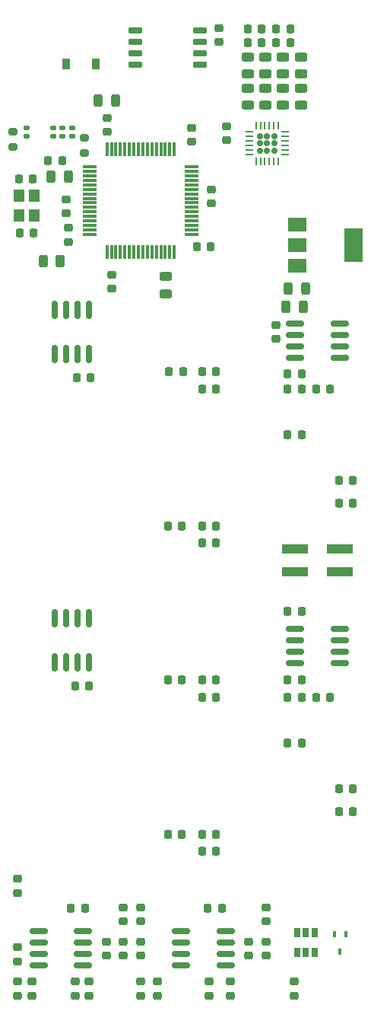
<source format=gbr>
G04 #@! TF.GenerationSoftware,KiCad,Pcbnew,6.0.5+dfsg-1*
G04 #@! TF.CreationDate,2022-06-05T16:54:12+02:00*
G04 #@! TF.ProjectId,demiurge,64656d69-7572-4676-952e-6b696361645f,E*
G04 #@! TF.SameCoordinates,Original*
G04 #@! TF.FileFunction,Paste,Top*
G04 #@! TF.FilePolarity,Positive*
%FSLAX46Y46*%
G04 Gerber Fmt 4.6, Leading zero omitted, Abs format (unit mm)*
G04 Created by KiCad (PCBNEW 6.0.5+dfsg-1) date 2022-06-05 16:54:12*
%MOMM*%
%LPD*%
G01*
G04 APERTURE LIST*
G04 Aperture macros list*
%AMRoundRect*
0 Rectangle with rounded corners*
0 $1 Rounding radius*
0 $2 $3 $4 $5 $6 $7 $8 $9 X,Y pos of 4 corners*
0 Add a 4 corners polygon primitive as box body*
4,1,4,$2,$3,$4,$5,$6,$7,$8,$9,$2,$3,0*
0 Add four circle primitives for the rounded corners*
1,1,$1+$1,$2,$3*
1,1,$1+$1,$4,$5*
1,1,$1+$1,$6,$7*
1,1,$1+$1,$8,$9*
0 Add four rect primitives between the rounded corners*
20,1,$1+$1,$2,$3,$4,$5,0*
20,1,$1+$1,$4,$5,$6,$7,0*
20,1,$1+$1,$6,$7,$8,$9,0*
20,1,$1+$1,$8,$9,$2,$3,0*%
G04 Aperture macros list end*
%ADD10RoundRect,0.218750X-0.256250X0.218750X-0.256250X-0.218750X0.256250X-0.218750X0.256250X0.218750X0*%
%ADD11RoundRect,0.218750X0.218750X0.256250X-0.218750X0.256250X-0.218750X-0.256250X0.218750X-0.256250X0*%
%ADD12RoundRect,0.218750X0.256250X-0.218750X0.256250X0.218750X-0.256250X0.218750X-0.256250X-0.218750X0*%
%ADD13R,2.000000X1.500000*%
%ADD14R,2.000000X3.800000*%
%ADD15RoundRect,0.218750X-0.218750X-0.256250X0.218750X-0.256250X0.218750X0.256250X-0.218750X0.256250X0*%
%ADD16RoundRect,0.150000X-0.825000X-0.150000X0.825000X-0.150000X0.825000X0.150000X-0.825000X0.150000X0*%
%ADD17RoundRect,0.243750X-0.456250X0.243750X-0.456250X-0.243750X0.456250X-0.243750X0.456250X0.243750X0*%
%ADD18RoundRect,0.243750X-0.243750X-0.456250X0.243750X-0.456250X0.243750X0.456250X-0.243750X0.456250X0*%
%ADD19RoundRect,0.243750X0.243750X0.456250X-0.243750X0.456250X-0.243750X-0.456250X0.243750X-0.456250X0*%
%ADD20R,0.650000X1.060000*%
%ADD21RoundRect,0.150000X-0.150000X0.825000X-0.150000X-0.825000X0.150000X-0.825000X0.150000X0.825000X0*%
%ADD22R,0.450000X0.700000*%
%ADD23R,3.000000X1.000000*%
%ADD24RoundRect,0.075000X-0.700000X-0.075000X0.700000X-0.075000X0.700000X0.075000X-0.700000X0.075000X0*%
%ADD25RoundRect,0.075000X-0.075000X-0.700000X0.075000X-0.700000X0.075000X0.700000X-0.075000X0.700000X0*%
%ADD26RoundRect,0.165000X-0.165000X-0.165000X0.165000X-0.165000X0.165000X0.165000X-0.165000X0.165000X0*%
%ADD27RoundRect,0.062500X-0.325000X-0.062500X0.325000X-0.062500X0.325000X0.062500X-0.325000X0.062500X0*%
%ADD28RoundRect,0.062500X-0.062500X-0.325000X0.062500X-0.325000X0.062500X0.325000X-0.062500X0.325000X0*%
%ADD29R,0.900000X1.200000*%
%ADD30RoundRect,0.147500X-0.172500X0.147500X-0.172500X-0.147500X0.172500X-0.147500X0.172500X0.147500X0*%
%ADD31R,1.200000X1.400000*%
%ADD32RoundRect,0.150000X-0.650000X-0.150000X0.650000X-0.150000X0.650000X0.150000X-0.650000X0.150000X0*%
%ADD33RoundRect,0.200000X-0.275000X0.200000X-0.275000X-0.200000X0.275000X-0.200000X0.275000X0.200000X0*%
%ADD34RoundRect,0.225000X-0.250000X0.225000X-0.250000X-0.225000X0.250000X-0.225000X0.250000X0.225000X0*%
%ADD35RoundRect,0.225000X0.250000X-0.225000X0.250000X0.225000X-0.250000X0.225000X-0.250000X-0.225000X0*%
%ADD36RoundRect,0.200000X0.275000X-0.200000X0.275000X0.200000X-0.275000X0.200000X-0.275000X-0.200000X0*%
G04 APERTURE END LIST*
D10*
X83439000Y-75717500D03*
X83439000Y-74142500D03*
D11*
X96190000Y-90170000D03*
X94615000Y-90170000D03*
X96037500Y-107315000D03*
X94462500Y-107315000D03*
X96037500Y-141605000D03*
X94462500Y-141605000D03*
X99847500Y-107315000D03*
X98272500Y-107315000D03*
X99847500Y-109220000D03*
X98272500Y-109220000D03*
X99847500Y-124460000D03*
X98272500Y-124460000D03*
X99847500Y-126365000D03*
X98272500Y-126365000D03*
X109372500Y-97155000D03*
X107797500Y-97155000D03*
X99847500Y-141605000D03*
X98272500Y-141605000D03*
X99847500Y-143510000D03*
X98272500Y-143510000D03*
D10*
X106553000Y-86512500D03*
X106553000Y-84937500D03*
D12*
X91440000Y-151282500D03*
X91440000Y-149707500D03*
X91440000Y-159537500D03*
X91440000Y-157962500D03*
D10*
X93345000Y-157962500D03*
X93345000Y-159537500D03*
X91440000Y-153517500D03*
X91440000Y-155092500D03*
D13*
X108864000Y-73773000D03*
D14*
X115164000Y-76073000D03*
D13*
X108864000Y-76073000D03*
X108864000Y-78373000D03*
D11*
X108102500Y-52070000D03*
X106527500Y-52070000D03*
D15*
X103352500Y-52070000D03*
X104927500Y-52070000D03*
X103352500Y-53594000D03*
X104927500Y-53594000D03*
X106527500Y-53594000D03*
X108102500Y-53594000D03*
D16*
X108650000Y-118745000D03*
X108650000Y-120015000D03*
X108650000Y-121285000D03*
X108650000Y-122555000D03*
X113600000Y-122555000D03*
X113600000Y-121285000D03*
X113600000Y-120015000D03*
X113600000Y-118745000D03*
D17*
X94234000Y-79580500D03*
X94234000Y-81455500D03*
D11*
X112547500Y-92075000D03*
X110972500Y-92075000D03*
D18*
X109776500Y-80899000D03*
X107901500Y-80899000D03*
D17*
X109290000Y-57017500D03*
X109290000Y-55142500D03*
X107315000Y-58600100D03*
X107315000Y-60475100D03*
X107310000Y-57017500D03*
X107310000Y-55142500D03*
X109296200Y-58600100D03*
X109296200Y-60475100D03*
X103352600Y-58600100D03*
X103352600Y-60475100D03*
D15*
X97688300Y-76225400D03*
X99263300Y-76225400D03*
D12*
X87630000Y-155092500D03*
X87630000Y-153517500D03*
X77724000Y-148107500D03*
X77724000Y-146532500D03*
D10*
X77724000Y-154152500D03*
X77724000Y-155727500D03*
D12*
X105410000Y-151282500D03*
X105410000Y-149707500D03*
X89535000Y-151282500D03*
X89535000Y-149707500D03*
D11*
X109372500Y-92075000D03*
X107797500Y-92075000D03*
D15*
X113512500Y-104775000D03*
X115087500Y-104775000D03*
D11*
X115087500Y-102235000D03*
X113512500Y-102235000D03*
X109372500Y-126365000D03*
X107797500Y-126365000D03*
D15*
X107797500Y-124460000D03*
X109372500Y-124460000D03*
X113512500Y-139065000D03*
X115087500Y-139065000D03*
D11*
X109372500Y-116840000D03*
X107797500Y-116840000D03*
X115087500Y-136525000D03*
X113512500Y-136525000D03*
X99847500Y-92075000D03*
X98272500Y-92075000D03*
X112547500Y-126365000D03*
X110972500Y-126365000D03*
X81127500Y-66675000D03*
X82702500Y-66675000D03*
X99847500Y-90170000D03*
X98272500Y-90170000D03*
D15*
X107797500Y-90424000D03*
X109372500Y-90424000D03*
D16*
X95950000Y-152400000D03*
X95950000Y-153670000D03*
X95950000Y-154940000D03*
X95950000Y-156210000D03*
X100900000Y-156210000D03*
X100900000Y-154940000D03*
X100900000Y-153670000D03*
X100900000Y-152400000D03*
D17*
X105333800Y-58600100D03*
X105333800Y-60475100D03*
X105340000Y-55142500D03*
X105340000Y-57017500D03*
D10*
X101473000Y-157962500D03*
X101473000Y-159537500D03*
X105410000Y-153517500D03*
X105410000Y-155092500D03*
X89535000Y-153517500D03*
X89535000Y-155092500D03*
D11*
X100482500Y-149860000D03*
X98907500Y-149860000D03*
D16*
X80075000Y-152400000D03*
X80075000Y-153670000D03*
X80075000Y-154940000D03*
X80075000Y-156210000D03*
X85025000Y-156210000D03*
X85025000Y-154940000D03*
X85025000Y-153670000D03*
X85025000Y-152400000D03*
D18*
X109522500Y-82931000D03*
X107647500Y-82931000D03*
X82471500Y-77825600D03*
X80596500Y-77825600D03*
D11*
X96037500Y-124460000D03*
X94462500Y-124460000D03*
D18*
X86743300Y-59969400D03*
X88618300Y-59969400D03*
D19*
X81485500Y-68453000D03*
X83360500Y-68453000D03*
D12*
X84150000Y-159537500D03*
X84150000Y-157962500D03*
X99060000Y-159537500D03*
X99060000Y-157962500D03*
X103505000Y-155092500D03*
X103505000Y-153517500D03*
D10*
X85725000Y-157962500D03*
X85725000Y-159537500D03*
D16*
X108650000Y-84836000D03*
X108650000Y-86106000D03*
X108650000Y-87376000D03*
X108650000Y-88646000D03*
X113600000Y-88646000D03*
X113600000Y-87376000D03*
X113600000Y-86106000D03*
X113600000Y-84836000D03*
D17*
X103350000Y-55142500D03*
X103350000Y-57017500D03*
D11*
X109372500Y-131445000D03*
X107797500Y-131445000D03*
D20*
X110805000Y-152570000D03*
X109855000Y-152570000D03*
X108905000Y-152570000D03*
X108905000Y-154770000D03*
X109855000Y-154770000D03*
X110805000Y-154770000D03*
D21*
X85725000Y-117540000D03*
X84455000Y-117540000D03*
X83185000Y-117540000D03*
X81915000Y-117540000D03*
X81915000Y-122490000D03*
X83185000Y-122490000D03*
X84455000Y-122490000D03*
X85725000Y-122490000D03*
D11*
X85877500Y-90805000D03*
X84302500Y-90805000D03*
X85725000Y-125095000D03*
X84150000Y-125095000D03*
D10*
X77724000Y-157962500D03*
X77724000Y-159537500D03*
X79375000Y-157962500D03*
X79375000Y-159537500D03*
D12*
X108585000Y-159537500D03*
X108585000Y-157962500D03*
D22*
X114315000Y-152670000D03*
X113015000Y-152670000D03*
X113665000Y-154670000D03*
D11*
X85242500Y-149860000D03*
X83667500Y-149860000D03*
D23*
X113665000Y-109855000D03*
X108625000Y-109855000D03*
X113665000Y-112395000D03*
X108625000Y-112395000D03*
D24*
X85765000Y-67370000D03*
X85765000Y-67870000D03*
X85765000Y-68370000D03*
X85765000Y-68870000D03*
X85765000Y-69370000D03*
X85765000Y-69870000D03*
X85765000Y-70370000D03*
X85765000Y-70870000D03*
X85765000Y-71370000D03*
X85765000Y-71870000D03*
X85765000Y-72370000D03*
X85765000Y-72870000D03*
X85765000Y-73370000D03*
X85765000Y-73870000D03*
X85765000Y-74370000D03*
X85765000Y-74870000D03*
D25*
X87690000Y-76795000D03*
X88190000Y-76795000D03*
X88690000Y-76795000D03*
X89190000Y-76795000D03*
X89690000Y-76795000D03*
X90190000Y-76795000D03*
X90690000Y-76795000D03*
X91190000Y-76795000D03*
X91690000Y-76795000D03*
X92190000Y-76795000D03*
X92690000Y-76795000D03*
X93190000Y-76795000D03*
X93690000Y-76795000D03*
X94190000Y-76795000D03*
X94690000Y-76795000D03*
X95190000Y-76795000D03*
D24*
X97115000Y-74870000D03*
X97115000Y-74370000D03*
X97115000Y-73870000D03*
X97115000Y-73370000D03*
X97115000Y-72870000D03*
X97115000Y-72370000D03*
X97115000Y-71870000D03*
X97115000Y-71370000D03*
X97115000Y-70870000D03*
X97115000Y-70370000D03*
X97115000Y-69870000D03*
X97115000Y-69370000D03*
X97115000Y-68870000D03*
X97115000Y-68370000D03*
X97115000Y-67870000D03*
X97115000Y-67370000D03*
D25*
X95190000Y-65445000D03*
X94690000Y-65445000D03*
X94190000Y-65445000D03*
X93690000Y-65445000D03*
X93190000Y-65445000D03*
X92690000Y-65445000D03*
X92190000Y-65445000D03*
X91690000Y-65445000D03*
X91190000Y-65445000D03*
X90690000Y-65445000D03*
X90190000Y-65445000D03*
X89690000Y-65445000D03*
X89190000Y-65445000D03*
X88690000Y-65445000D03*
X88190000Y-65445000D03*
X87690000Y-65445000D03*
D26*
X105537000Y-64744600D03*
X105537000Y-63924600D03*
X106357000Y-64744600D03*
X106357000Y-65564600D03*
X105537000Y-65564600D03*
X104717000Y-63924600D03*
X106357000Y-63924600D03*
X104717000Y-65564600D03*
X104717000Y-64744600D03*
D27*
X103549500Y-63494600D03*
X103549500Y-63994600D03*
X103549500Y-64494600D03*
X103549500Y-64994600D03*
X103549500Y-65494600D03*
X103549500Y-65994600D03*
D28*
X104287000Y-66732100D03*
X104787000Y-66732100D03*
X105287000Y-66732100D03*
X105787000Y-66732100D03*
X106287000Y-66732100D03*
X106787000Y-66732100D03*
D27*
X107524500Y-65994600D03*
X107524500Y-65494600D03*
X107524500Y-64994600D03*
X107524500Y-64494600D03*
X107524500Y-63994600D03*
X107524500Y-63494600D03*
D28*
X106787000Y-62757100D03*
X106287000Y-62757100D03*
X105787000Y-62757100D03*
X105287000Y-62757100D03*
X104787000Y-62757100D03*
X104287000Y-62757100D03*
D21*
X85725000Y-83250000D03*
X84455000Y-83250000D03*
X83185000Y-83250000D03*
X81915000Y-83250000D03*
X81915000Y-88200000D03*
X83185000Y-88200000D03*
X84455000Y-88200000D03*
X85725000Y-88200000D03*
D10*
X88265000Y-79349500D03*
X88265000Y-80924500D03*
X83185000Y-70967500D03*
X83185000Y-72542500D03*
D29*
X86409800Y-55930800D03*
X83109800Y-55930800D03*
D30*
X82750000Y-63015000D03*
X82750000Y-63985000D03*
X81700000Y-63015000D03*
X81700000Y-63985000D03*
X83820000Y-63015000D03*
X83820000Y-63985000D03*
X78740000Y-63015000D03*
X78740000Y-63985000D03*
D15*
X77870089Y-68669011D03*
X79445089Y-68669011D03*
X77971689Y-74739611D03*
X79546689Y-74739611D03*
D31*
X77883789Y-70566211D03*
X77883789Y-72766211D03*
X79583789Y-72766211D03*
X79583789Y-70566211D03*
D32*
X90888000Y-52197000D03*
X90888000Y-53467000D03*
X90888000Y-54737000D03*
X90888000Y-56007000D03*
X98088000Y-56007000D03*
X98088000Y-54737000D03*
X98088000Y-53467000D03*
X98088000Y-52197000D03*
D33*
X85217000Y-64173600D03*
X85217000Y-65823600D03*
D34*
X101041200Y-62877400D03*
X101041200Y-64427400D03*
D35*
X87680800Y-63487600D03*
X87680800Y-61937600D03*
X97155000Y-64554400D03*
X97155000Y-63004400D03*
D36*
X77241400Y-65112400D03*
X77241400Y-63462400D03*
D34*
X100177600Y-51942400D03*
X100177600Y-53492400D03*
D35*
X99350000Y-71425000D03*
X99350000Y-69875000D03*
M02*

</source>
